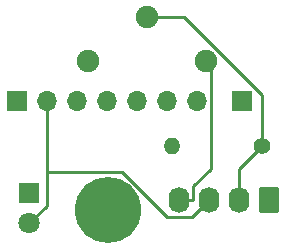
<source format=gbr>
%TF.GenerationSoftware,KiCad,Pcbnew,7.0.2*%
%TF.CreationDate,2023-12-15T19:23:06+00:00*%
%TF.ProjectId,rxhardware,72786861-7264-4776-9172-652e6b696361,rev?*%
%TF.SameCoordinates,Original*%
%TF.FileFunction,Copper,L2,Bot*%
%TF.FilePolarity,Positive*%
%FSLAX46Y46*%
G04 Gerber Fmt 4.6, Leading zero omitted, Abs format (unit mm)*
G04 Created by KiCad (PCBNEW 7.0.2) date 2023-12-15 19:23:06*
%MOMM*%
%LPD*%
G01*
G04 APERTURE LIST*
G04 Aperture macros list*
%AMRoundRect*
0 Rectangle with rounded corners*
0 $1 Rounding radius*
0 $2 $3 $4 $5 $6 $7 $8 $9 X,Y pos of 4 corners*
0 Add a 4 corners polygon primitive as box body*
4,1,4,$2,$3,$4,$5,$6,$7,$8,$9,$2,$3,0*
0 Add four circle primitives for the rounded corners*
1,1,$1+$1,$2,$3*
1,1,$1+$1,$4,$5*
1,1,$1+$1,$6,$7*
1,1,$1+$1,$8,$9*
0 Add four rect primitives between the rounded corners*
20,1,$1+$1,$2,$3,$4,$5,0*
20,1,$1+$1,$4,$5,$6,$7,0*
20,1,$1+$1,$6,$7,$8,$9,0*
20,1,$1+$1,$8,$9,$2,$3,0*%
G04 Aperture macros list end*
%TA.AperFunction,ComponentPad*%
%ADD10R,1.700000X1.700000*%
%TD*%
%TA.AperFunction,ComponentPad*%
%ADD11O,1.700000X1.700000*%
%TD*%
%TA.AperFunction,ComponentPad*%
%ADD12C,5.600000*%
%TD*%
%TA.AperFunction,ComponentPad*%
%ADD13RoundRect,0.250000X0.620000X0.845000X-0.620000X0.845000X-0.620000X-0.845000X0.620000X-0.845000X0*%
%TD*%
%TA.AperFunction,ComponentPad*%
%ADD14O,1.740000X2.190000*%
%TD*%
%TA.AperFunction,ComponentPad*%
%ADD15C,1.900000*%
%TD*%
%TA.AperFunction,ComponentPad*%
%ADD16C,1.400000*%
%TD*%
%TA.AperFunction,ComponentPad*%
%ADD17O,1.400000X1.400000*%
%TD*%
%TA.AperFunction,ComponentPad*%
%ADD18R,1.800000X1.800000*%
%TD*%
%TA.AperFunction,ComponentPad*%
%ADD19C,1.800000*%
%TD*%
%TA.AperFunction,Conductor*%
%ADD20C,0.250000*%
%TD*%
G04 APERTURE END LIST*
D10*
%TO.P,J1,1,Pin_1*%
%TO.N,Net-(BT1--)*%
X149186000Y-87738000D03*
D11*
%TO.P,J1,2,Pin_2*%
%TO.N,Net-(D1-A)*%
X151726000Y-87738000D03*
%TO.P,J1,3,Pin_3*%
%TO.N,unconnected-(J1-Pin_3-Pad3)*%
X154266000Y-87738000D03*
%TO.P,J1,4,Pin_4*%
%TO.N,Net-(J1-Pin_4)*%
X156806000Y-87738000D03*
%TO.P,J1,5,Pin_5*%
%TO.N,unconnected-(J1-Pin_5-Pad5)*%
X159346000Y-87738000D03*
%TO.P,J1,6,Pin_6*%
%TO.N,unconnected-(J1-Pin_6-Pad6)*%
X161886000Y-87738000D03*
%TO.P,J1,7,Pin_7*%
%TO.N,Net-(AE1-A)*%
X164426000Y-87738000D03*
%TD*%
D12*
%TO.P,H1,1*%
%TO.N,N/C*%
X156898000Y-96925000D03*
%TD*%
D13*
%TO.P,J2,1,Pin_1*%
%TO.N,Net-(J1-Pin_4)*%
X170562000Y-96088000D03*
D14*
%TO.P,J2,2,Pin_2*%
%TO.N,Net-(BT1--)*%
X168022000Y-96088000D03*
%TO.P,J2,3,Pin_3*%
%TO.N,Net-(D1-A)*%
X165482000Y-96088000D03*
%TO.P,J2,4,Pin_4*%
%TO.N,Net-(BT1-+)*%
X162942000Y-96088000D03*
%TD*%
D15*
%TO.P,BT1,1,+*%
%TO.N,Net-(BT1-+)*%
X165179000Y-84299000D03*
X155179000Y-84299000D03*
%TO.P,BT1,2,-*%
%TO.N,Net-(BT1--)*%
X160179000Y-80599000D03*
%TD*%
D16*
%TO.P,R1,1*%
%TO.N,Net-(BT1--)*%
X169951000Y-91549000D03*
D17*
%TO.P,R1,2*%
%TO.N,Net-(D1-K)*%
X162331000Y-91549000D03*
%TD*%
D10*
%TO.P,AE1,1,A*%
%TO.N,Net-(AE1-A)*%
X168249000Y-87738000D03*
%TD*%
D18*
%TO.P,D1,1,K*%
%TO.N,Net-(D1-K)*%
X150249000Y-95496000D03*
D19*
%TO.P,D1,2,A*%
%TO.N,Net-(D1-A)*%
X150249000Y-98036000D03*
%TD*%
D20*
%TO.N,Net-(D1-A)*%
X164039500Y-97530500D02*
X165482000Y-96088000D01*
X161933700Y-97530500D02*
X164039500Y-97530500D01*
X158123400Y-93720200D02*
X161933700Y-97530500D01*
X151726000Y-93720200D02*
X158123400Y-93720200D01*
X151726000Y-96559000D02*
X151726000Y-93720200D01*
X150249000Y-98036000D02*
X151726000Y-96559000D01*
X151726000Y-93720200D02*
X151726000Y-87738000D01*
%TO.N,Net-(BT1--)*%
X168022000Y-93478000D02*
X168022000Y-96088000D01*
X169951000Y-91549000D02*
X168022000Y-93478000D01*
X169951000Y-87213800D02*
X169951000Y-91549000D01*
X163336200Y-80599000D02*
X169951000Y-87213800D01*
X160179000Y-80599000D02*
X163336200Y-80599000D01*
%TO.N,Net-(BT1-+)*%
X164137300Y-94892700D02*
X164137300Y-96088000D01*
X165611400Y-93418600D02*
X164137300Y-94892700D01*
X165611400Y-84731400D02*
X165611400Y-93418600D01*
X165179000Y-84299000D02*
X165611400Y-84731400D01*
X162942000Y-96088000D02*
X164137300Y-96088000D01*
%TD*%
M02*

</source>
